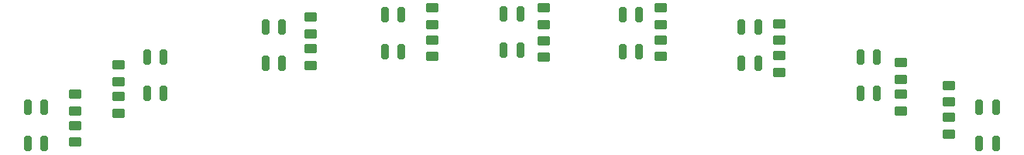
<source format=gbr>
%TF.GenerationSoftware,KiCad,Pcbnew,9.0.1*%
%TF.CreationDate,2025-05-09T11:22:53+02:00*%
%TF.ProjectId,FL-Zetor-Senzor,464c2d5a-6574-46f7-922d-53656e7a6f72,rev?*%
%TF.SameCoordinates,Original*%
%TF.FileFunction,Paste,Bot*%
%TF.FilePolarity,Positive*%
%FSLAX46Y46*%
G04 Gerber Fmt 4.6, Leading zero omitted, Abs format (unit mm)*
G04 Created by KiCad (PCBNEW 9.0.1) date 2025-05-09 11:22:53*
%MOMM*%
%LPD*%
G01*
G04 APERTURE LIST*
G04 Aperture macros list*
%AMRoundRect*
0 Rectangle with rounded corners*
0 $1 Rounding radius*
0 $2 $3 $4 $5 $6 $7 $8 $9 X,Y pos of 4 corners*
0 Add a 4 corners polygon primitive as box body*
4,1,4,$2,$3,$4,$5,$6,$7,$8,$9,$2,$3,0*
0 Add four circle primitives for the rounded corners*
1,1,$1+$1,$2,$3*
1,1,$1+$1,$4,$5*
1,1,$1+$1,$6,$7*
1,1,$1+$1,$8,$9*
0 Add four rect primitives between the rounded corners*
20,1,$1+$1,$2,$3,$4,$5,0*
20,1,$1+$1,$4,$5,$6,$7,0*
20,1,$1+$1,$6,$7,$8,$9,0*
20,1,$1+$1,$8,$9,$2,$3,0*%
G04 Aperture macros list end*
%ADD10RoundRect,0.250000X0.450000X-0.262500X0.450000X0.262500X-0.450000X0.262500X-0.450000X-0.262500X0*%
%ADD11RoundRect,0.197500X0.197500X0.632500X-0.197500X0.632500X-0.197500X-0.632500X0.197500X-0.632500X0*%
G04 APERTURE END LIST*
D10*
%TO.C,R2*%
X91000016Y-108575000D03*
X91000016Y-106750000D03*
%TD*%
%TO.C,R6*%
X116750016Y-100162500D03*
X116750016Y-98337500D03*
%TD*%
%TO.C,R1*%
X91000000Y-105162500D03*
X91000000Y-103337500D03*
%TD*%
%TO.C,R8*%
X130000016Y-99162500D03*
X130000016Y-97337500D03*
%TD*%
D11*
%TO.C,U4*%
X126650000Y-94600000D03*
X126650000Y-98600000D03*
X124850000Y-98600000D03*
X124850000Y-94600000D03*
%TD*%
%TO.C,U2*%
X100650000Y-99250000D03*
X100650000Y-103250000D03*
X98850000Y-103250000D03*
X98850000Y-99250000D03*
%TD*%
D10*
%TO.C,R5*%
X116750000Y-96662500D03*
X116750000Y-94837500D03*
%TD*%
%TO.C,R17*%
X186500000Y-104162500D03*
X186500000Y-102337500D03*
%TD*%
D11*
%TO.C,U3*%
X113650000Y-95950000D03*
X113650000Y-99950000D03*
X111850000Y-99950000D03*
X111850000Y-95950000D03*
%TD*%
D10*
%TO.C,R10*%
X142250016Y-99250000D03*
X142250016Y-97425000D03*
%TD*%
%TO.C,R12*%
X155000016Y-99162500D03*
X155000016Y-97337500D03*
%TD*%
D11*
%TO.C,U6*%
X152620016Y-94610000D03*
X152620016Y-98610000D03*
X150820016Y-98610000D03*
X150820016Y-94610000D03*
%TD*%
D10*
%TO.C,R9*%
X142250000Y-95662500D03*
X142250000Y-93837500D03*
%TD*%
D11*
%TO.C,U7*%
X165650000Y-95950000D03*
X165650000Y-99950000D03*
X163850000Y-99950000D03*
X163850000Y-95950000D03*
%TD*%
D10*
%TO.C,R7*%
X130000016Y-95662500D03*
X130000016Y-93837500D03*
%TD*%
%TO.C,R14*%
X168000016Y-100912500D03*
X168000016Y-99087500D03*
%TD*%
D11*
%TO.C,U1*%
X87650000Y-104750000D03*
X87650000Y-108750000D03*
X85850000Y-108750000D03*
X85850000Y-104750000D03*
%TD*%
%TO.C,U5*%
X139650000Y-94500000D03*
X139650000Y-98500000D03*
X137850000Y-98500000D03*
X137850000Y-94500000D03*
%TD*%
D10*
%TO.C,R18*%
X186500000Y-107662500D03*
X186500000Y-105837500D03*
%TD*%
%TO.C,R15*%
X181250000Y-101662500D03*
X181250000Y-99837500D03*
%TD*%
%TO.C,R3*%
X95750000Y-101912500D03*
X95750000Y-100087500D03*
%TD*%
%TO.C,R13*%
X168000016Y-97412500D03*
X168000016Y-95587500D03*
%TD*%
%TO.C,R11*%
X155000000Y-95662500D03*
X155000000Y-93837500D03*
%TD*%
%TO.C,R16*%
X181250000Y-105162500D03*
X181250000Y-103337500D03*
%TD*%
D11*
%TO.C,U8*%
X178650000Y-99250000D03*
X178650000Y-103250000D03*
X176850000Y-103250000D03*
X176850000Y-99250000D03*
%TD*%
%TO.C,U9*%
X191650000Y-104750000D03*
X191650000Y-108750000D03*
X189850000Y-108750000D03*
X189850000Y-104750000D03*
%TD*%
D10*
%TO.C,R4*%
X95750016Y-105412500D03*
X95750016Y-103587500D03*
%TD*%
M02*

</source>
